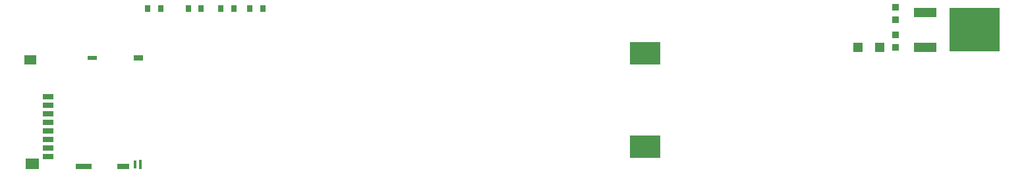
<source format=gbp>
G04 Layer_Color=128*
%FSAX25Y25*%
%MOIN*%
G70*
G01*
G75*
%ADD10R,0.02756X0.03347*%
%ADD24R,0.15748X0.11811*%
%ADD25R,0.05905X0.04567*%
%ADD26R,0.04528X0.02362*%
%ADD27R,0.05118X0.02559*%
%ADD28R,0.01772X0.04528*%
%ADD29R,0.01772X0.04331*%
%ADD30R,0.06299X0.02559*%
%ADD31R,0.08425X0.02559*%
%ADD32R,0.07087X0.05315*%
%ADD33R,0.05512X0.03150*%
%ADD34R,0.04724X0.04724*%
%ADD35R,0.03740X0.03347*%
%ADD36R,0.11220X0.04921*%
%ADD37R,0.25590X0.21850*%
D10*
X0263939Y0377857D02*
D03*
X0257443D02*
D03*
X0226857Y0377842D02*
D03*
X0220361D02*
D03*
X0240961D02*
D03*
X0247457D02*
D03*
X0272043Y0377857D02*
D03*
X0278539D02*
D03*
D24*
X0471916Y0308068D02*
D03*
Y0355313D02*
D03*
D25*
X0160944Y0351858D02*
D03*
D26*
X0192342Y0352961D02*
D03*
D27*
X0215669Y0352862D02*
D03*
D28*
X0216554Y0299122D02*
D03*
D29*
X0213956Y0299024D02*
D03*
D30*
X0208031Y0298138D02*
D03*
D31*
X0188031D02*
D03*
D32*
X0161928Y0299417D02*
D03*
D33*
X0169999Y0302921D02*
D03*
Y0307252D02*
D03*
Y0311583D02*
D03*
Y0315913D02*
D03*
Y0320244D02*
D03*
Y0324575D02*
D03*
Y0328906D02*
D03*
Y0333236D02*
D03*
D34*
X0579488Y0358200D02*
D03*
X0590512D02*
D03*
D35*
X0598600Y0372250D02*
D03*
Y0378550D02*
D03*
X0598500Y0358250D02*
D03*
Y0364550D02*
D03*
D36*
X0613543Y0358184D02*
D03*
Y0376137D02*
D03*
D37*
X0638700Y0367200D02*
D03*
M02*

</source>
